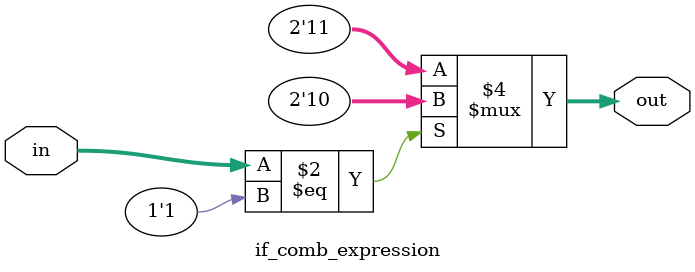
<source format=sv>
module if_comb_expression(input bit [1:0] in, output bit [1:0] out );
always_comb
    if(in==1'b1)
        out = 2'd2;
    else out=2'd3;
endmodule
</source>
